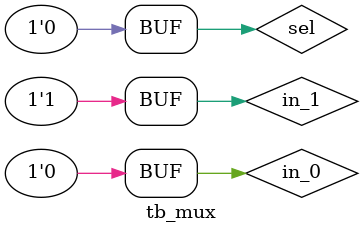
<source format=v>
module mux_2_to_1(in_1, in_0, select, out);

	input in_1, in_0, select;
    //output reg out; or
	output out;
	//internal variable
	reg out;

    always@ (in_1, in_0, select) begin
        /*
		if (select == 1'b1) begin
            out = in_1;
        end
        else if (select == 1'b0) begin
            out = in_0;
        end
		*/
		if (select == 1'b1)
			out = in_1;
		else
			out = in_0;
    end

endmodule //mux_2_to_1

//testbench
module tb_mux;
    reg in_0;
    reg in_1;
    reg sel;

    wire out;

    mux_2_to_1 a(
        .in_1(in_1),
        .in_0(in_0),
        .select(sel),
        .out(out)
    );

    initial begin
        in_0 = 1'b0;
        in_1 = 1'b1;
        sel = 1'b1;
        #100
        in_0 = 1'b0;
        in_1 = 1'b1;
        sel = 1'b0;
        #100
        in_0 = 1'b1;
        in_1 = 1'b1;
        sel = 1'b0;
        #100
        in_0 = 1'b0;
        in_1 = 1'b1;
        sel = 1'b0;
    end

endmodule

</source>
